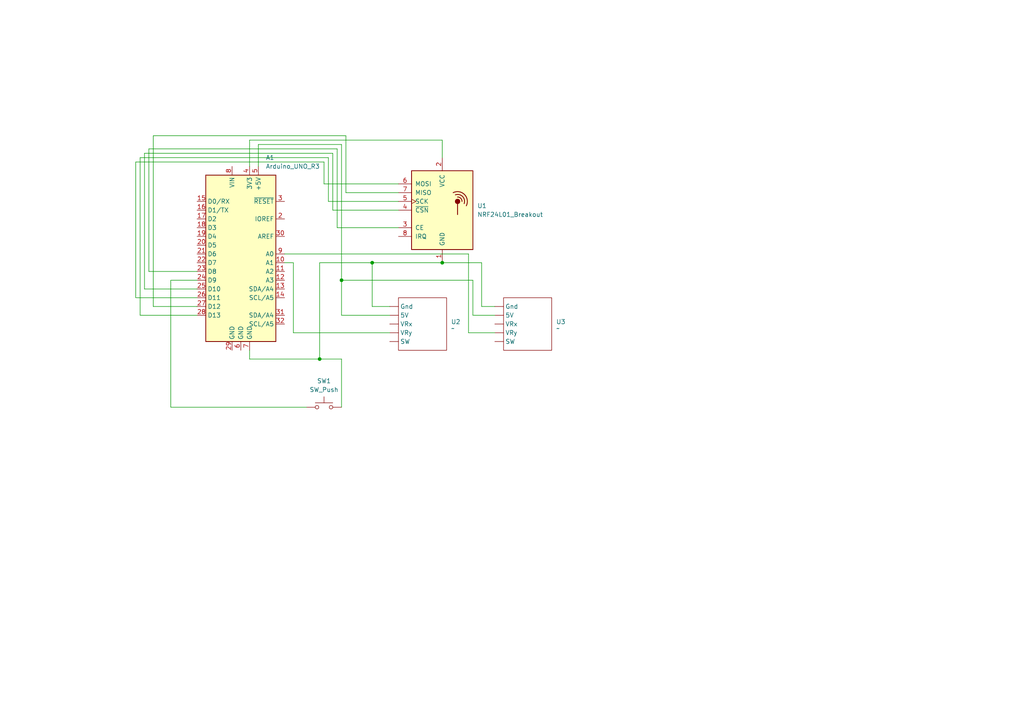
<source format=kicad_sch>
(kicad_sch (version 20250114) (generator "eeschema") (generator_version "9.0")
  (paper "A4")
  (lib_symbols
    (symbol "Joystick:Joystick"
      (property "Reference" "U" (at 0 0 0))
      (symbol "Joystick_0_1"
        (rectangle (start -6.35 7.62) (end 7.62 -7.62))
      )
      (symbol "Joystick_1_1"
        (pin input line (at -8.89 5.08 0) (length 2.54) (name "Gnd") (number ""))
        (pin input line (at -8.89 2.54 0) (length 2.54) (name "5V") (number ""))
        (pin output line (at -8.89 0 0) (length 2.54) (name "VRx") (number ""))
        (pin output line (at -8.89 -2.54 0) (length 2.54) (name "VRy") (number ""))
        (pin output line (at -8.89 -5.08 0) (length 2.54) (name "SW") (number ""))
      )
    )
    (symbol "Joystick_1"
      (property "Reference" "U" (at 0 0 0))
      (symbol "Joystick_1_0_1"
        (rectangle (start -6.35 7.62) (end 7.62 -7.62))
      )
      (symbol "Joystick_1_1_1"
        (pin input line (at -8.89 5.08 0) (length 2.54) (name "Gnd") (number ""))
        (pin input line (at -8.89 2.54 0) (length 2.54) (name "5V") (number ""))
        (pin output line (at -8.89 0 0) (length 2.54) (name "VRx") (number ""))
        (pin output line (at -8.89 -2.54 0) (length 2.54) (name "VRy") (number ""))
        (pin output line (at -8.89 -5.08 0) (length 2.54) (name "SW") (number ""))
      )
    )
    (symbol "MCU_Module:Arduino_UNO_R3"
      (property "Reference" "A" (at -10.16 23.495 0))
      (property "Value" "Arduino_UNO_R3" (at 5.08 -26.67 0))
      (symbol "Arduino_UNO_R3_0_1"
        (rectangle (start -10.16 22.86) (end 10.16 -25.4) (stroke (width 0.254)) (fill (type background)))
      )
      (symbol "Arduino_UNO_R3_1_1"
        (pin bidirectional line (at -12.7 15.24 0) (length 2.54) (name "D0/RX") (number "15"))
        (pin bidirectional line (at -12.7 12.7 0) (length 2.54) (name "D1/TX") (number "16"))
        (pin bidirectional line (at -12.7 10.16 0) (length 2.54) (name "D2") (number "17"))
        (pin bidirectional line (at -12.7 7.62 0) (length 2.54) (name "D3") (number "18"))
        (pin bidirectional line (at -12.7 5.08 0) (length 2.54) (name "D4") (number "19"))
        (pin bidirectional line (at -12.7 2.54 0) (length 2.54) (name "D5") (number "20"))
        (pin bidirectional line (at -12.7 0 0) (length 2.54) (name "D6") (number "21"))
        (pin bidirectional line (at -12.7 -2.54 0) (length 2.54) (name "D7") (number "22"))
        (pin bidirectional line (at -12.7 -5.08 0) (length 2.54) (name "D8") (number "23"))
        (pin bidirectional line (at -12.7 -7.62 0) (length 2.54) (name "D9") (number "24"))
        (pin bidirectional line (at -12.7 -10.16 0) (length 2.54) (name "D10") (number "25"))
        (pin bidirectional line (at -12.7 -12.7 0) (length 2.54) (name "D11") (number "26"))
        (pin bidirectional line (at -12.7 -15.24 0) (length 2.54) (name "D12") (number "27"))
        (pin bidirectional line (at -12.7 -17.78 0) (length 2.54) (name "D13") (number "28"))
        (pin no_connect line (at -10.16 -20.32 0) (length 2.54) (hide yes) (name "NC") (number "1"))
        (pin power_in line (at -2.54 25.4 270) (length 2.54) (name "VIN") (number "8"))
        (pin power_in line (at -2.54 -27.94 90) (length 2.54) (name "GND") (number "29"))
        (pin power_in line (at 0 -27.94 90) (length 2.54) (name "GND") (number "6"))
        (pin power_out line (at 2.54 25.4 270) (length 2.54) (name "3V3") (number "4"))
        (pin power_in line (at 2.54 -27.94 90) (length 2.54) (name "GND") (number "7"))
        (pin power_out line (at 5.08 25.4 270) (length 2.54) (name "+5V") (number "5"))
        (pin input line (at 12.7 15.24 180) (length 2.54) (name "~{RESET}") (number "3"))
        (pin output line (at 12.7 10.16 180) (length 2.54) (name "IOREF") (number "2"))
        (pin input line (at 12.7 5.08 180) (length 2.54) (name "AREF") (number "30"))
        (pin bidirectional line (at 12.7 0 180) (length 2.54) (name "A0") (number "9"))
        (pin bidirectional line (at 12.7 -2.54 180) (length 2.54) (name "A1") (number "10"))
        (pin bidirectional line (at 12.7 -5.08 180) (length 2.54) (name "A2") (number "11"))
        (pin bidirectional line (at 12.7 -7.62 180) (length 2.54) (name "A3") (number "12"))
        (pin bidirectional line (at 12.7 -10.16 180) (length 2.54) (name "SDA/A4") (number "13"))
        (pin bidirectional line (at 12.7 -12.7 180) (length 2.54) (name "SCL/A5") (number "14"))
        (pin bidirectional line (at 12.7 -17.78 180) (length 2.54) (name "SDA/A4") (number "31"))
        (pin bidirectional line (at 12.7 -20.32 180) (length 2.54) (name "SCL/A5") (number "32"))
      )
    )
    (symbol "RF:NRF24L01_Breakout" (pin_names (offset 1.016))
      (property "Reference" "U" (at -8.89 12.7 0))
      (property "Value" "NRF24L01_Breakout" (at 3.81 12.7 0))
      (symbol "NRF24L01_Breakout_0_1"
        (rectangle (start -8.89 11.43) (end 8.89 -11.43) (stroke (width 0.254)) (fill (type background)))
        (arc (start 3.175 5.08) (mid 6.453 4.548) (end 6.985 1.27) (stroke (width 0.254)))
        (circle (center 4.445 2.54) (radius 0.635) (stroke (width 0.254)) (fill (type outline)))
        (polyline (pts (xy 4.445 1.905) (xy 4.445 -1.27)) (stroke (width 0.254)))
        (arc (start 3.81 4.445) (mid 5.8835 3.9785) (end 6.35 1.905) (stroke (width 0.254)))
        (arc (start 4.445 3.81) (mid 5.3558 3.4508) (end 5.715 2.54) (stroke (width 0.254)))
      )
      (symbol "NRF24L01_Breakout_1_1"
        (pin input line (at -12.7 7.62 0) (length 3.81) (name "MOSI") (number "6"))
        (pin output line (at -12.7 5.08 0) (length 3.81) (name "MISO") (number "7"))
        (pin input clock (at -12.7 2.54 0) (length 3.81) (name "SCK") (number "5"))
        (pin input line (at -12.7 0 0) (length 3.81) (name "~{CSN}") (number "4"))
        (pin input line (at -12.7 -5.08 0) (length 3.81) (name "CE") (number "3"))
        (pin output line (at -12.7 -7.62 0) (length 3.81) (name "IRQ") (number "8"))
        (pin power_in line (at 0 15.24 270) (length 3.81) (name "VCC") (number "2"))
        (pin power_in line (at 0 -15.24 90) (length 3.81) (name "GND") (number "1"))
      )
    )
    (symbol "Switch:SW_Push" (pin_numbers (hide yes)) (pin_names (offset 1.016) (hide yes))
      (property "Reference" "SW" (at 1.27 2.54 0))
      (property "Value" "SW_Push" (at 0 -1.524 0))
      (symbol "SW_Push_0_1"
        (circle (center -2.032 0) (radius 0.508))
        (polyline (pts (xy 0 1.27) (xy 0 3.048)))
        (circle (center 2.032 0) (radius 0.508))
        (polyline (pts (xy 2.54 1.27) (xy -2.54 1.27)))
        (pin passive line (at -5.08 0 0) (length 2.54) (name "1") (number "1"))
        (pin passive line (at 5.08 0 180) (length 2.54) (name "2") (number "2"))
      )
    )
  )
  (junction (at 107.95 76.2))
  (junction (at 92.71 104.14))
  (junction (at 99.06 81.28))
  (junction (at 128.27 76.2))
  (wire (pts (xy 135.89 73.66) (xy 82.55 73.66)))
  (wire (pts (xy 135.89 96.52) (xy 135.89 73.66)))
  (wire (pts (xy 92.71 104.14) (xy 99.06 104.14)))
  (wire (pts (xy 137.16 81.28) (xy 99.06 81.28)))
  (wire (pts (xy 43.18 78.74) (xy 43.18 43.18)))
  (wire (pts (xy 128.27 76.2) (xy 139.7 76.2)))
  (wire (pts (xy 72.39 101.6) (xy 72.39 104.14)))
  (wire (pts (xy 92.71 76.2) (xy 107.95 76.2)))
  (wire (pts (xy 57.15 91.44) (xy 40.64 91.44)))
  (wire (pts (xy 85.09 96.52) (xy 85.09 76.2)))
  (wire (pts (xy 95.25 58.42) (xy 95.25 45.72)))
  (wire (pts (xy 107.95 76.2) (xy 107.95 88.9)))
  (wire (pts (xy 44.45 39.37) (xy 44.45 88.9)))
  (wire (pts (xy 96.52 44.45) (xy 41.91 44.45)))
  (wire (pts (xy 57.15 78.74) (xy 43.18 78.74)))
  (wire (pts (xy 72.39 40.64) (xy 72.39 48.26)))
  (wire (pts (xy 143.51 88.9) (xy 139.7 88.9)))
  (wire (pts (xy 100.33 55.88) (xy 100.33 39.37)))
  (wire (pts (xy 40.64 45.72) (xy 40.64 91.44)))
  (wire (pts (xy 44.45 88.9) (xy 57.15 88.9)))
  (wire (pts (xy 49.53 81.28) (xy 57.15 81.28)))
  (wire (pts (xy 93.98 46.99) (xy 39.37 46.99)))
  (wire (pts (xy 100.33 39.37) (xy 44.45 39.37)))
  (wire (pts (xy 74.93 48.26) (xy 74.93 41.91)))
  (wire (pts (xy 115.57 60.96) (xy 96.52 60.96)))
  (wire (pts (xy 96.52 60.96) (xy 96.52 44.45)))
  (wire (pts (xy 74.93 41.91) (xy 99.06 41.91)))
  (wire (pts (xy 137.16 91.44) (xy 137.16 81.28)))
  (wire (pts (xy 39.37 46.99) (xy 39.37 86.36)))
  (wire (pts (xy 72.39 104.14) (xy 92.71 104.14)))
  (wire (pts (xy 99.06 118.11) (xy 99.06 104.14)))
  (wire (pts (xy 143.51 96.52) (xy 135.89 96.52)))
  (wire (pts (xy 92.71 104.14) (xy 92.71 76.2)))
  (wire (pts (xy 143.51 91.44) (xy 137.16 91.44)))
  (wire (pts (xy 115.57 58.42) (xy 95.25 58.42)))
  (wire (pts (xy 113.03 88.9) (xy 107.95 88.9)))
  (wire (pts (xy 49.53 118.11) (xy 49.53 81.28)))
  (wire (pts (xy 41.91 44.45) (xy 41.91 83.82)))
  (wire (pts (xy 115.57 55.88) (xy 100.33 55.88)))
  (wire (pts (xy 41.91 83.82) (xy 57.15 83.82)))
  (wire (pts (xy 99.06 41.91) (xy 99.06 81.28)))
  (wire (pts (xy 97.79 66.04) (xy 115.57 66.04)))
  (wire (pts (xy 139.7 88.9) (xy 139.7 76.2)))
  (wire (pts (xy 115.57 53.34) (xy 93.98 53.34)))
  (wire (pts (xy 113.03 96.52) (xy 85.09 96.52)))
  (wire (pts (xy 85.09 76.2) (xy 82.55 76.2)))
  (wire (pts (xy 99.06 91.44) (xy 113.03 91.44)))
  (wire (pts (xy 43.18 43.18) (xy 97.79 43.18)))
  (wire (pts (xy 88.9 118.11) (xy 49.53 118.11)))
  (wire (pts (xy 107.95 76.2) (xy 128.27 76.2)))
  (wire (pts (xy 95.25 45.72) (xy 40.64 45.72)))
  (wire (pts (xy 97.79 43.18) (xy 97.79 66.04)))
  (wire (pts (xy 93.98 53.34) (xy 93.98 46.99)))
  (wire (pts (xy 39.37 86.36) (xy 57.15 86.36)))
  (wire (pts (xy 128.27 45.72) (xy 128.27 40.64)))
  (wire (pts (xy 128.27 40.64) (xy 72.39 40.64)))
  (wire (pts (xy 99.06 81.28) (xy 99.06 91.44)))
  (symbol (lib_id "MCU_Module:Arduino_UNO_R3") (at 69.85 73.66 0) (unit 1)
    (property "Reference" "A1" (at 77.0733 45.72 0) (effects (justify left)))
    (property "Value" "Arduino_UNO_R3" (at 77.0733 48.26 0) (effects (justify left)))
    (property "Footprint" "Module:Arduino_UNO_R3" (effects (hide yes)))
    (property "Datasheet" "https://www.arduino.cc/en/Main/arduinoBoardUno" (effects (hide yes)))
    (property "Description" "Arduino UNO Microcontroller Module, release 3" (effects (hide yes)))
  )
  (symbol (lib_id "Switch:SW_Push") (at 93.98 118.11 0) (unit 1)
    (property "Reference" "SW1" (at 93.98 110.49 0))
    (property "Value" "SW_Push" (at 93.98 113.03 0))
    (property "Description" "Push button switch, generic, two pins" (effects (hide yes)))
  )
  (symbol (lib_id "Joystick:Joystick") (at 121.92 93.98 0) (unit 1)
    (property "Reference" "U2" (at 130.81 93.3449 0) (effects (justify left)))
    (property "Value" "~" (at 130.81 95.25 0) (effects (justify left)))
  )
  (symbol (lib_name "Joystick_1") (lib_id "Joystick:Joystick") (at 152.4 93.98 0) (unit 1)
    (property "Reference" "U3" (at 161.29 93.3449 0) (effects (justify left)))
    (property "Value" "~" (at 161.29 95.25 0) (effects (justify left)))
  )
  (symbol (lib_id "RF:NRF24L01_Breakout") (at 128.27 60.96 0) (unit 1)
    (property "Reference" "U1" (at 138.43 59.6899 0) (effects (justify left)))
    (property "Value" "NRF24L01_Breakout" (at 138.43 62.2299 0) (effects (justify left)))
    (property "Footprint" "RF_Module:nRF24L01_Breakout" (effects (hide yes)))
    (property "Datasheet" "http://www.nordicsemi.com/eng/content/download/2730/34105/file/nRF24L01_Product_Specification_v2_0.pdf" (effects (hide yes)))
    (property "Description" "Ultra low power 2.4GHz RF Transceiver, Carrier PCB" (effects (hide yes)))
  )
)
</source>
